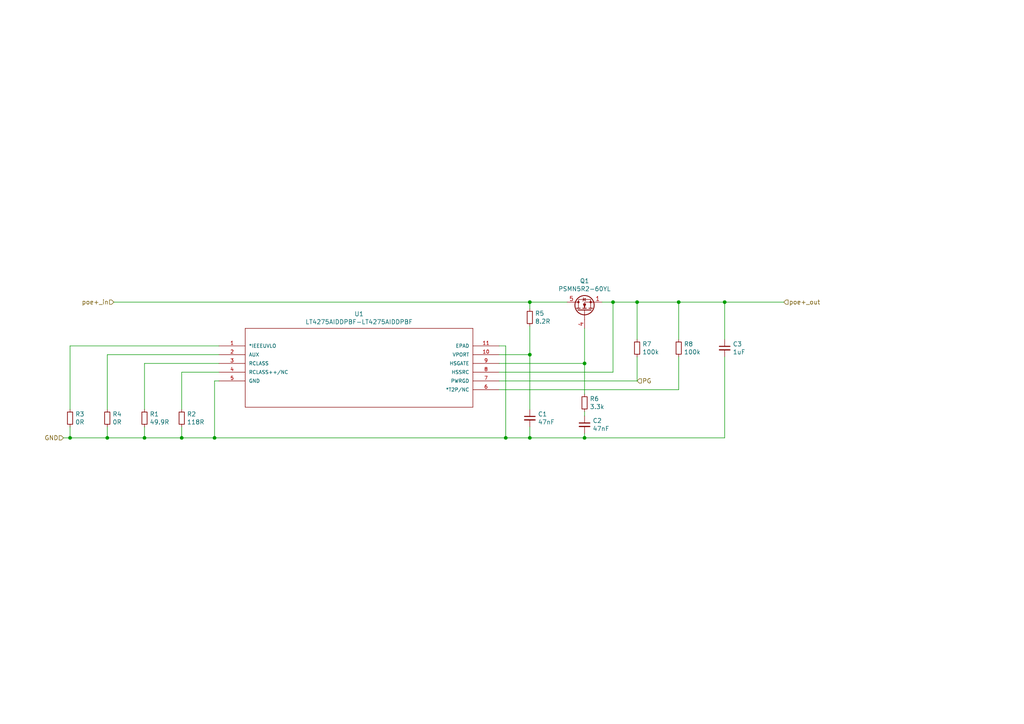
<source format=kicad_sch>
(kicad_sch (version 20211123) (generator eeschema)
  (paper "A4")
  (lib_symbols
    (symbol "Device:C_Small" (pin_numbers hide) (pin_names (offset 0.254) hide)
      (property "Reference" "C" (at 0.254 1.778 0))
      (property "Value" "C_Small" (at 0.254 -2.032 0))
      (symbol "C_Small_0_1"
        (polyline (pts (xy -1.524 -0.508) (xy 1.524 -0.508)) (stroke (width 0.3302)))
        (polyline (pts (xy -1.524 0.508) (xy 1.524 0.508)) (stroke (width 0.3048)))
      )
      (symbol "C_Small_1_1"
        (pin passive line (at 0 2.54 270) (length 2.032) (name "~") (number "1"))
        (pin passive line (at 0 -2.54 90) (length 2.032) (name "~") (number "2"))
      )
    )
    (symbol "Device:R_Small" (pin_numbers hide) (pin_names (offset 0.254) hide)
      (property "Reference" "R" (at 0.762 0.508 0))
      (property "Value" "R_Small" (at 0.762 -1.016 0))
      (symbol "R_Small_0_1"
        (rectangle (start -0.762 1.778) (end 0.762 -1.778) (stroke (width 0.2032)))
      )
      (symbol "R_Small_1_1"
        (pin passive line (at 0 2.54 270) (length 0.762) (name "~") (number "1"))
        (pin passive line (at 0 -2.54 90) (length 0.762) (name "~") (number "2"))
      )
    )
    (symbol "Transistor_FET:PSMN5R2-60YL" (pin_names hide)
      (property "Reference" "Q" (at 6.35 2.54 0))
      (property "Value" "PSMN5R2-60YL" (at 12.7 0 0))
      (symbol "PSMN5R2-60YL_0_1"
        (polyline (pts (xy 0.254 0) (xy -2.54 0)))
        (polyline (pts (xy 0.254 1.905) (xy 0.254 -1.905)) (stroke (width 0.254)))
        (polyline (pts (xy 0.762 -1.27) (xy 0.762 -2.286)) (stroke (width 0.254)))
        (polyline (pts (xy 0.762 0.508) (xy 0.762 -0.508)) (stroke (width 0.254)))
        (polyline (pts (xy 0.762 2.286) (xy 0.762 1.27)) (stroke (width 0.254)))
        (polyline (pts (xy 2.54 2.54) (xy 2.54 1.778)))
        (polyline (pts (xy 2.54 -2.54) (xy 2.54 0) (xy 0.762 0)))
        (polyline (pts (xy 0.762 -1.778) (xy 3.302 -1.778) (xy 3.302 1.778) (xy 0.762 1.778)))
        (polyline (pts (xy 1.016 0) (xy 2.032 0.381) (xy 2.032 -0.381) (xy 1.016 0)) (fill (type outline)))
        (polyline (pts (xy 2.794 0.508) (xy 2.921 0.381) (xy 3.683 0.381) (xy 3.81 0.254)))
        (polyline (pts (xy 3.302 0.381) (xy 2.921 -0.254) (xy 3.683 -0.254) (xy 3.302 0.381)))
        (circle (center 1.651 0) (radius 2.794) (stroke (width 0.254)))
        (circle (center 2.54 -1.778) (radius 0.254) (fill (type outline)))
        (circle (center 2.54 1.778) (radius 0.254) (fill (type outline)))
      )
      (symbol "PSMN5R2-60YL_1_1"
        (pin passive line (at 2.54 -5.08 90) (length 2.54) (name "S") (number "1"))
        (pin passive line (at 2.54 -5.08 90) (length 2.54) hide (name "S") (number "2"))
        (pin passive line (at 2.54 -5.08 90) (length 2.54) hide (name "S") (number "3"))
        (pin passive line (at -5.08 0 0) (length 2.54) (name "G") (number "4"))
        (pin passive line (at 2.54 5.08 270) (length 2.54) (name "D") (number "5"))
      )
    )
    (symbol "board-rescue:LT4275AIDDPBF-LT4275AIDDPBF-Auto-Intern-parts" (pin_names (offset 1.016))
      (property "Reference" "U" (at 35.9664 9.144 0))
      (property "Value" "LT4275AIDDPBF-LT4275AIDDPBF-Auto-Intern-parts" (at 35.306 6.5786 0))
      (symbol "LT4275AIDDPBF-LT4275AIDDPBF-Auto-Intern-parts_0_0"
        (polyline (pts (xy 7.62 -17.78) (xy 73.66 -17.78)) (stroke (width 0.1524)))
        (polyline (pts (xy 7.62 5.08) (xy 7.62 -17.78)) (stroke (width 0.1524)))
        (polyline (pts (xy 73.66 -17.78) (xy 73.66 5.08)) (stroke (width 0.1524)))
        (polyline (pts (xy 73.66 5.08) (xy 7.62 5.08)) (stroke (width 0.1524)))
        (pin passive line (at 0 0 0) (length 7.62) (name "*IEEEUVLO") (number "1"))
        (pin passive line (at 81.28 -2.54 180) (length 7.62) (name "VPORT") (number "10"))
        (pin passive line (at 81.28 0 180) (length 7.62) (name "EPAD") (number "11"))
        (pin input line (at 0 -2.54 0) (length 7.62) (name "AUX") (number "2"))
        (pin passive line (at 0 -5.08 0) (length 7.62) (name "RCLASS") (number "3"))
        (pin passive line (at 0 -7.62 0) (length 7.62) (name "RCLASS++/NC") (number "4"))
        (pin power_in line (at 0 -10.16 0) (length 7.62) (name "GND") (number "5"))
        (pin passive line (at 81.28 -12.7 180) (length 7.62) (name "*T2P/NC") (number "6"))
        (pin passive line (at 81.28 -10.16 180) (length 7.62) (name "PWRGD") (number "7"))
        (pin passive line (at 81.28 -7.62 180) (length 7.62) (name "HSSRC") (number "8"))
        (pin passive line (at 81.28 -5.08 180) (length 7.62) (name "HSGATE") (number "9"))
      )
    )
  )
  (junction (at 62.23 127))
  (junction (at 153.67 87.63))
  (junction (at 52.705 127))
  (junction (at 153.67 102.87))
  (junction (at 184.785 87.63))
  (junction (at 196.85 87.63))
  (junction (at 31.115 127))
  (junction (at 210.185 87.63))
  (junction (at 177.8 87.63))
  (junction (at 41.91 127))
  (junction (at 20.32 127))
  (junction (at 146.685 127))
  (junction (at 153.67 127))
  (junction (at 169.545 127))
  (junction (at 169.545 105.41))
  (wire (pts (xy 196.85 87.63) (xy 184.785 87.63)))
  (wire (pts (xy 31.115 127) (xy 41.91 127)))
  (wire (pts (xy 153.67 102.87) (xy 153.67 94.615)))
  (wire (pts (xy 184.785 87.63) (xy 177.8 87.63)))
  (wire (pts (xy 177.8 87.63) (xy 174.625 87.63)))
  (wire (pts (xy 31.115 123.825) (xy 31.115 127)))
  (wire (pts (xy 31.115 118.745) (xy 31.115 102.87)))
  (wire (pts (xy 196.85 113.03) (xy 196.85 103.505)))
  (wire (pts (xy 31.115 102.87) (xy 63.5 102.87)))
  (wire (pts (xy 169.545 114.3) (xy 169.545 105.41)))
  (wire (pts (xy 146.685 100.33) (xy 146.685 127)))
  (wire (pts (xy 153.67 127) (xy 169.545 127)))
  (wire (pts (xy 20.32 123.825) (xy 20.32 127)))
  (wire (pts (xy 20.32 118.745) (xy 20.32 100.33)))
  (wire (pts (xy 62.23 110.49) (xy 62.23 127)))
  (wire (pts (xy 144.78 113.03) (xy 196.85 113.03)))
  (wire (pts (xy 52.705 118.745) (xy 52.705 107.95)))
  (wire (pts (xy 41.91 123.825) (xy 41.91 127)))
  (wire (pts (xy 20.32 100.33) (xy 63.5 100.33)))
  (wire (pts (xy 184.785 110.49) (xy 144.78 110.49)))
  (wire (pts (xy 153.67 123.825) (xy 153.67 127)))
  (wire (pts (xy 41.91 118.745) (xy 41.91 105.41)))
  (wire (pts (xy 41.91 105.41) (xy 63.5 105.41)))
  (wire (pts (xy 169.545 105.41) (xy 169.545 95.25)))
  (wire (pts (xy 144.78 105.41) (xy 169.545 105.41)))
  (wire (pts (xy 210.185 98.425) (xy 210.185 87.63)))
  (wire (pts (xy 196.85 98.425) (xy 196.85 87.63)))
  (wire (pts (xy 210.185 87.63) (xy 196.85 87.63)))
  (wire (pts (xy 169.545 120.65) (xy 169.545 119.38)))
  (wire (pts (xy 169.545 125.73) (xy 169.545 127)))
  (wire (pts (xy 144.78 102.87) (xy 153.67 102.87)))
  (wire (pts (xy 52.705 107.95) (xy 63.5 107.95)))
  (wire (pts (xy 169.545 127) (xy 210.185 127)))
  (wire (pts (xy 62.23 127) (xy 146.685 127)))
  (wire (pts (xy 210.185 87.63) (xy 227.33 87.63)))
  (wire (pts (xy 144.78 107.95) (xy 177.8 107.95)))
  (wire (pts (xy 18.415 127) (xy 20.32 127)))
  (wire (pts (xy 164.465 87.63) (xy 153.67 87.63)))
  (wire (pts (xy 63.5 110.49) (xy 62.23 110.49)))
  (wire (pts (xy 184.785 98.425) (xy 184.785 87.63)))
  (wire (pts (xy 177.8 107.95) (xy 177.8 87.63)))
  (wire (pts (xy 52.705 127) (xy 62.23 127)))
  (wire (pts (xy 41.91 127) (xy 52.705 127)))
  (wire (pts (xy 153.67 87.63) (xy 33.02 87.63)))
  (wire (pts (xy 210.185 103.505) (xy 210.185 127)))
  (wire (pts (xy 184.785 103.505) (xy 184.785 110.49)))
  (wire (pts (xy 144.78 100.33) (xy 146.685 100.33)))
  (wire (pts (xy 153.67 118.745) (xy 153.67 102.87)))
  (wire (pts (xy 52.705 123.825) (xy 52.705 127)))
  (wire (pts (xy 153.67 89.535) (xy 153.67 87.63)))
  (wire (pts (xy 20.32 127) (xy 31.115 127)))
  (wire (pts (xy 146.685 127) (xy 153.67 127)))
  (hierarchical_label "poe+_in" (shape input) (at 33.02 87.63 180))
  (hierarchical_label "poe+_out" (shape input) (at 227.33 87.63 0))
  (hierarchical_label "GND" (shape input) (at 18.415 127 180))
  (hierarchical_label "PG" (shape input) (at 184.785 110.49 0))
  (symbol (lib_id "board-rescue:LT4275AIDDPBF-LT4275AIDDPBF-Auto-Intern-parts") (at 63.5 100.33 0) (unit 1)
    (property "Reference" "U1" (at 104.14 91.059 0))
    (property "Value" "LT4275AIDDPBF-LT4275AIDDPBF" (at 104.14 93.3704 0))
    (property "Footprint" "Package_DFN_QFN:DFN-10-1EP_3x3mm_P0.5mm_EP1.65x2.38mm" (effects hide))
    (property "MANUFACTURER_PART_NUMBER" "lt4275aidd#pbf" (effects hide))
    (property "VENDOR" "Linear Technology" (effects hide))
  )
  (symbol (lib_id "Device:R_Small") (at 52.705 121.285 0) (unit 1)
    (property "Reference" "R2" (at 54.2036 120.1166 0) (effects (justify left)))
    (property "Value" "118R" (at 54.2036 122.428 0) (effects (justify left)))
    (property "Footprint" "Resistor_SMD:R_0603_1608Metric" (effects hide))
  )
  (symbol (lib_id "Device:R_Small") (at 41.91 121.285 0) (unit 1)
    (property "Reference" "R1" (at 43.4086 120.1166 0) (effects (justify left)))
    (property "Value" "49.9R" (at 43.4086 122.428 0) (effects (justify left)))
    (property "Footprint" "Resistor_SMD:R_0603_1608Metric" (effects hide))
  )
  (symbol (lib_id "Device:R_Small") (at 31.115 121.285 0) (unit 1)
    (property "Reference" "R4" (at 32.6136 120.1166 0) (effects (justify left)))
    (property "Value" "0R" (at 32.6136 122.428 0) (effects (justify left)))
    (property "Footprint" "Resistor_SMD:R_0603_1608Metric" (effects hide))
  )
  (symbol (lib_id "Device:R_Small") (at 20.32 121.285 0) (unit 1)
    (property "Reference" "R3" (at 21.8186 120.1166 0) (effects (justify left)))
    (property "Value" "0R" (at 21.8186 122.428 0) (effects (justify left)))
    (property "Footprint" "Resistor_SMD:R_0603_1608Metric" (effects hide))
  )
  (symbol (lib_id "Device:R_Small") (at 153.67 92.075 0) (unit 1)
    (property "Reference" "R5" (at 155.1686 90.9066 0) (effects (justify left)))
    (property "Value" "8.2R" (at 155.1686 93.218 0) (effects (justify left)))
    (property "Footprint" "Resistor_SMD:R_0603_1608Metric" (effects hide))
  )
  (symbol (lib_id "Device:C_Small") (at 153.67 121.285 0) (unit 1)
    (property "Reference" "C1" (at 156.0068 120.1166 0) (effects (justify left)))
    (property "Value" "47nF" (at 156.0068 122.428 0) (effects (justify left)))
    (property "Footprint" "Capacitor_SMD:C_0603_1608Metric" (effects hide))
  )
  (symbol (lib_id "Transistor_FET:PSMN5R2-60YL") (at 169.545 90.17 90) (unit 1)
    (property "Reference" "Q1" (at 169.545 81.4832 90))
    (property "Value" "PSMN5R2-60YL" (at 169.545 83.7946 90))
    (property "Footprint" "Package_TO_SOT_SMD:LFPAK56" (effects hide))
    (property "Datasheet" "https://assets.nexperia.com/documents/data-sheet/PSMN5R2-60YL.pdf" (effects hide))
  )
  (symbol (lib_id "Device:C_Small") (at 169.545 123.19 0) (unit 1)
    (property "Reference" "C2" (at 171.8818 122.0216 0) (effects (justify left)))
    (property "Value" "47nF" (at 171.8818 124.333 0) (effects (justify left)))
    (property "Footprint" "Capacitor_SMD:C_0603_1608Metric" (effects hide))
  )
  (symbol (lib_id "Device:R_Small") (at 169.545 116.84 0) (unit 1)
    (property "Reference" "R6" (at 171.0436 115.6716 0) (effects (justify left)))
    (property "Value" "3.3k" (at 171.0436 117.983 0) (effects (justify left)))
    (property "Footprint" "Resistor_SMD:R_0603_1608Metric" (effects hide))
  )
  (symbol (lib_id "Device:R_Small") (at 184.785 100.965 0) (unit 1)
    (property "Reference" "R7" (at 186.2836 99.7966 0) (effects (justify left)))
    (property "Value" "100k" (at 186.2836 102.108 0) (effects (justify left)))
    (property "Footprint" "Resistor_SMD:R_0603_1608Metric" (effects hide))
  )
  (symbol (lib_id "Device:R_Small") (at 196.85 100.965 0) (unit 1)
    (property "Reference" "R8" (at 198.3486 99.7966 0) (effects (justify left)))
    (property "Value" "100k" (at 198.3486 102.108 0) (effects (justify left)))
    (property "Footprint" "Resistor_SMD:R_0603_1608Metric" (effects hide))
  )
  (symbol (lib_id "Device:C_Small") (at 210.185 100.965 0) (unit 1)
    (property "Reference" "C3" (at 212.5218 99.7966 0) (effects (justify left)))
    (property "Value" "1uF" (at 212.5218 102.108 0) (effects (justify left)))
    (property "Footprint" "Capacitor_SMD:C_1206_3216Metric" (effects hide))
    (property "Voltage" "100" (effects hide))
  )
)
</source>
